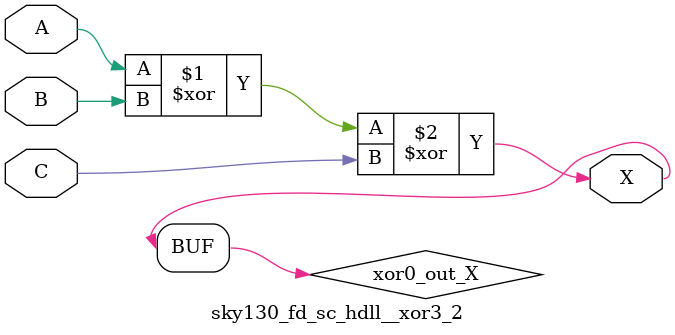
<source format=v>
/*
 * Copyright 2020 The SkyWater PDK Authors
 *
 * Licensed under the Apache License, Version 2.0 (the "License");
 * you may not use this file except in compliance with the License.
 * You may obtain a copy of the License at
 *
 *     https://www.apache.org/licenses/LICENSE-2.0
 *
 * Unless required by applicable law or agreed to in writing, software
 * distributed under the License is distributed on an "AS IS" BASIS,
 * WITHOUT WARRANTIES OR CONDITIONS OF ANY KIND, either express or implied.
 * See the License for the specific language governing permissions and
 * limitations under the License.
 *
 * SPDX-License-Identifier: Apache-2.0
*/


`ifndef SKY130_FD_SC_HDLL__XOR3_2_FUNCTIONAL_V
`define SKY130_FD_SC_HDLL__XOR3_2_FUNCTIONAL_V

/**
 * xor3: 3-input exclusive OR.
 *
 *       X = A ^ B ^ C
 *
 * Verilog simulation functional model.
 */

`timescale 1ns / 1ps
`default_nettype none

`celldefine
module sky130_fd_sc_hdll__xor3_2 (
    X,
    A,
    B,
    C
);

    // Module ports
    output X;
    input  A;
    input  B;
    input  C;

    // Local signals
    wire xor0_out_X;

    //  Name  Output      Other arguments
    xor xor0 (xor0_out_X, A, B, C        );
    buf buf0 (X         , xor0_out_X     );

endmodule
`endcelldefine

`default_nettype wire
`endif  // SKY130_FD_SC_HDLL__XOR3_2_FUNCTIONAL_V

</source>
